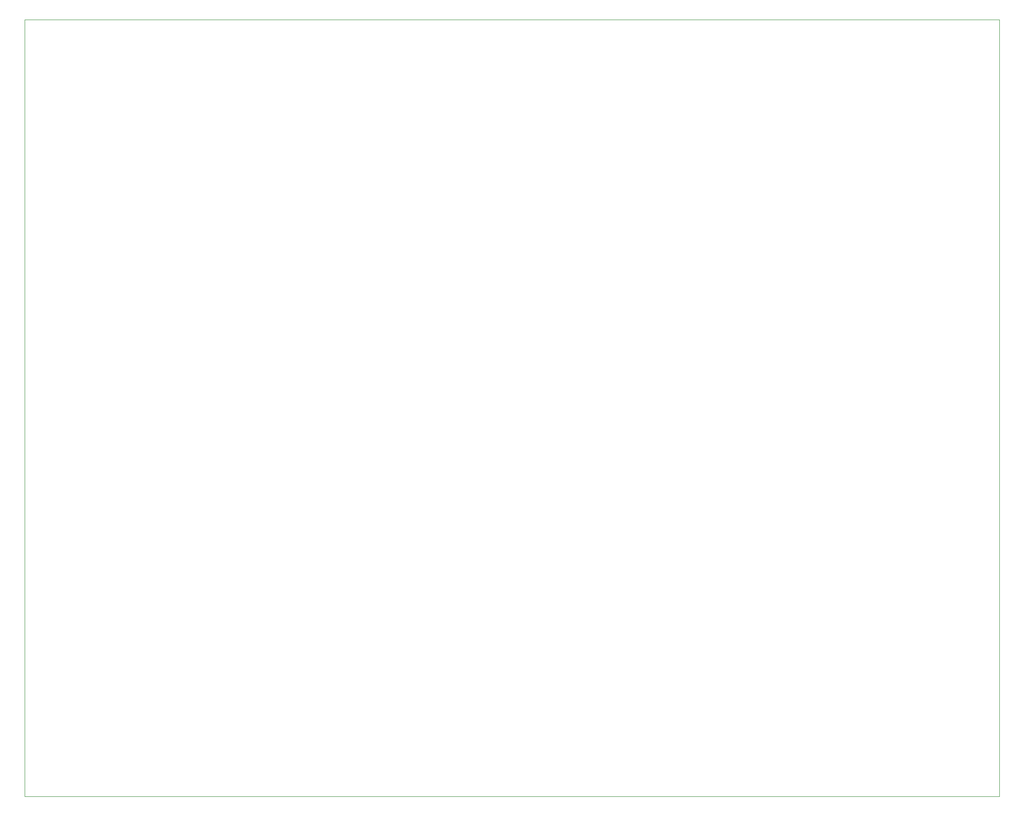
<source format=gm1>
G04 #@! TF.GenerationSoftware,KiCad,Pcbnew,(6.0.1)*
G04 #@! TF.CreationDate,2022-05-30T13:10:03-07:00*
G04 #@! TF.ProjectId,MultiMediaSystem,4d756c74-694d-4656-9469-615379737465,rev?*
G04 #@! TF.SameCoordinates,Original*
G04 #@! TF.FileFunction,Profile,NP*
%FSLAX46Y46*%
G04 Gerber Fmt 4.6, Leading zero omitted, Abs format (unit mm)*
G04 Created by KiCad (PCBNEW (6.0.1)) date 2022-05-30 13:10:03*
%MOMM*%
%LPD*%
G01*
G04 APERTURE LIST*
G04 #@! TA.AperFunction,Profile*
%ADD10C,0.100000*%
G04 #@! TD*
G04 APERTURE END LIST*
D10*
X54400000Y-17050000D02*
X235100000Y-17050000D01*
X235100000Y-17050000D02*
X235100000Y-161150000D01*
X235100000Y-161150000D02*
X54400000Y-161150000D01*
X54400000Y-161150000D02*
X54400000Y-17050000D01*
M02*

</source>
